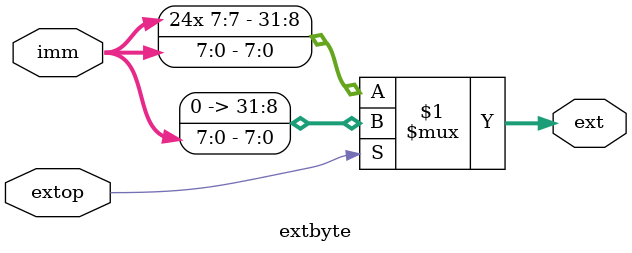
<source format=v>
module ext(input[15:0] imm, input[1:0] extop, output[31:0] extnum);
    reg[31:0] outcome;
  always @(*) begin
    case(extop) 
        0:outcome={{16{imm[15]}},imm};  //带符号扩展
        1:outcome={16'h0000,imm}; //前面补0
        2:outcome={imm,16'h0000}; //后面补0
        3:outcome={{14{imm[15]}},imm,2'b00};
    endcase
  end
  assign extnum = outcome;
endmodule

module extbyte(
input [7:0]imm,
input extop,
output [31:0]ext
);
	 assign ext = extop?{24'b0,imm}:{{24{imm[7]}},imm};
endmodule
</source>
